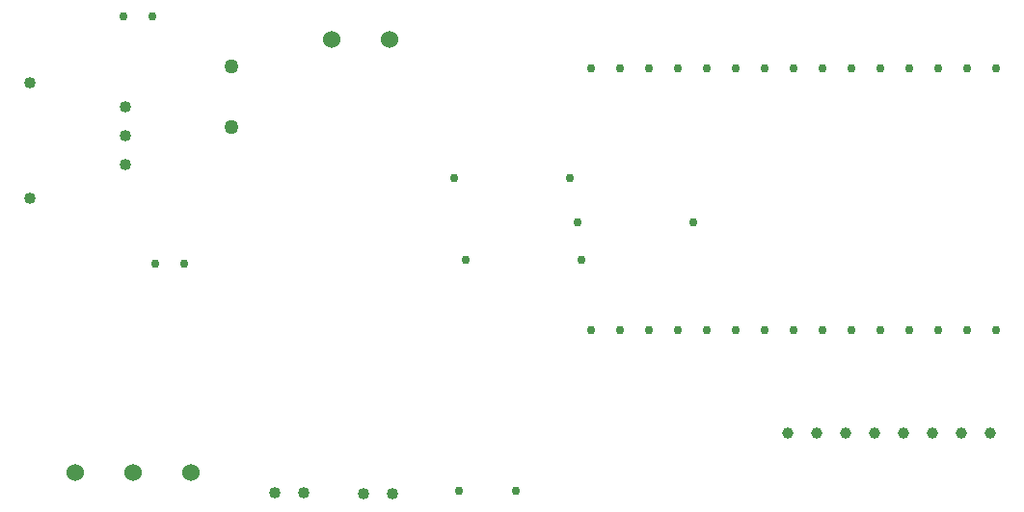
<source format=gbr>
G04 PROTEUS GERBER X2 FILE*
%TF.GenerationSoftware,Labcenter,Proteus,8.5-SP0-Build22067*%
%TF.CreationDate,2018-02-21T14:13:12+00:00*%
%TF.FileFunction,Plated,1,16,PTH*%
%TF.FilePolarity,Positive*%
%TF.Part,Single*%
%FSLAX45Y45*%
%MOMM*%
G01*
%TA.AperFunction,ComponentDrill*%
%ADD19C,0.762000*%
%ADD70C,1.000000*%
%ADD71C,1.016000*%
%ADD20C,1.524000*%
%ADD21C,1.270000*%
D19*
X+3467340Y+8194780D03*
X+5753340Y+8194780D03*
X+4737340Y+5894780D03*
X+2197340Y+5894780D03*
X+3721340Y+5894780D03*
X+4991340Y+5894780D03*
X+3721340Y+8194780D03*
X+5499340Y+8194780D03*
X+5499340Y+5894780D03*
X+4483340Y+5894780D03*
X+2959340Y+8194780D03*
X+5245340Y+8194780D03*
X+3213340Y+8194780D03*
X+4991340Y+8194780D03*
X+2705340Y+8194780D03*
X+2451340Y+8194780D03*
X+3213340Y+5894780D03*
X+2959340Y+5894780D03*
X+4229340Y+8194780D03*
X+4483340Y+8194780D03*
X+3975340Y+8194780D03*
X+4737340Y+8194780D03*
X+2197340Y+8194780D03*
X+3975340Y+5894780D03*
X+3467340Y+5894780D03*
X+2705340Y+5894780D03*
X+2451340Y+5894780D03*
X+5245340Y+5894780D03*
X+4229340Y+5894780D03*
X+5753340Y+5894780D03*
D70*
X+3929840Y+4985120D03*
X+4183840Y+4985120D03*
X+4437840Y+4985120D03*
X+4691840Y+4985120D03*
X+4945840Y+4985120D03*
X+5199840Y+4985120D03*
X+5453840Y+4985120D03*
X+5707840Y+4985120D03*
D19*
X+997280Y+7230028D03*
X+2013280Y+7230028D03*
X+1101460Y+6513620D03*
X+2117460Y+6513620D03*
D71*
X-579120Y+4460080D03*
X-325120Y+4460080D03*
X+200880Y+4450080D03*
X+454880Y+4450080D03*
D20*
X-78740Y+8450580D03*
X+429260Y+8450580D03*
X-2332178Y+4640580D03*
X-1824178Y+4640580D03*
X-1316178Y+4640580D03*
D21*
X-958258Y+7681659D03*
X-958258Y+8209979D03*
D19*
X-1626278Y+6479540D03*
X-1372278Y+6479540D03*
D71*
X-1890438Y+7856220D03*
X-1890438Y+7602220D03*
X-1890438Y+7348220D03*
D19*
X-1905678Y+8651240D03*
X-1651678Y+8651240D03*
D71*
X-2725420Y+7056120D03*
X-2725420Y+8072120D03*
D19*
X+2077720Y+6837680D03*
X+3093720Y+6837680D03*
X+1542000Y+4475480D03*
X+1042000Y+4475480D03*
M02*

</source>
